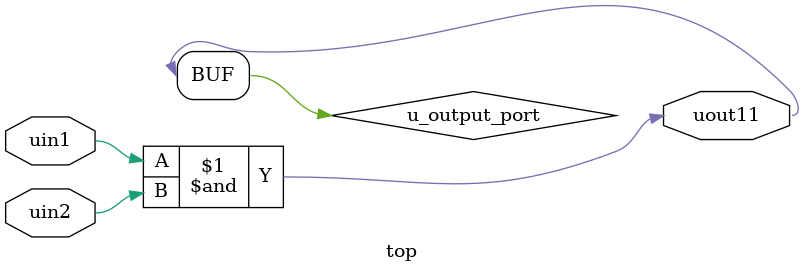
<source format=sv>
module top (
	output logic uout11,
	input logic uin1,
	input logic uin2
);

	logic u_output_port;

	assign uout11 = u_output_port[0];

	assign u_output_port = uin1 & uin2;
endmodule



</source>
